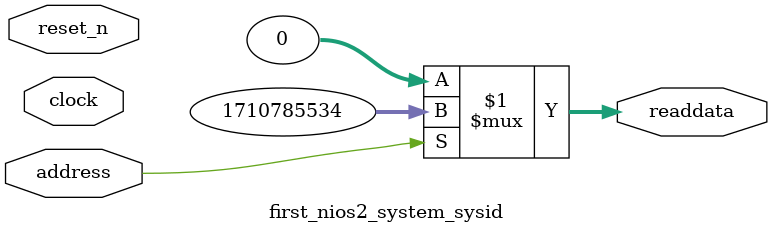
<source format=v>



// synthesis translate_off
`timescale 1ns / 1ps
// synthesis translate_on

// turn off superfluous verilog processor warnings 
// altera message_level Level1 
// altera message_off 10034 10035 10036 10037 10230 10240 10030 

module first_nios2_system_sysid (
               // inputs:
                address,
                clock,
                reset_n,

               // outputs:
                readdata
             )
;

  output  [ 31: 0] readdata;
  input            address;
  input            clock;
  input            reset_n;

  wire    [ 31: 0] readdata;
  //control_slave, which is an e_avalon_slave
  assign readdata = address ? 1710785534 : 0;

endmodule



</source>
